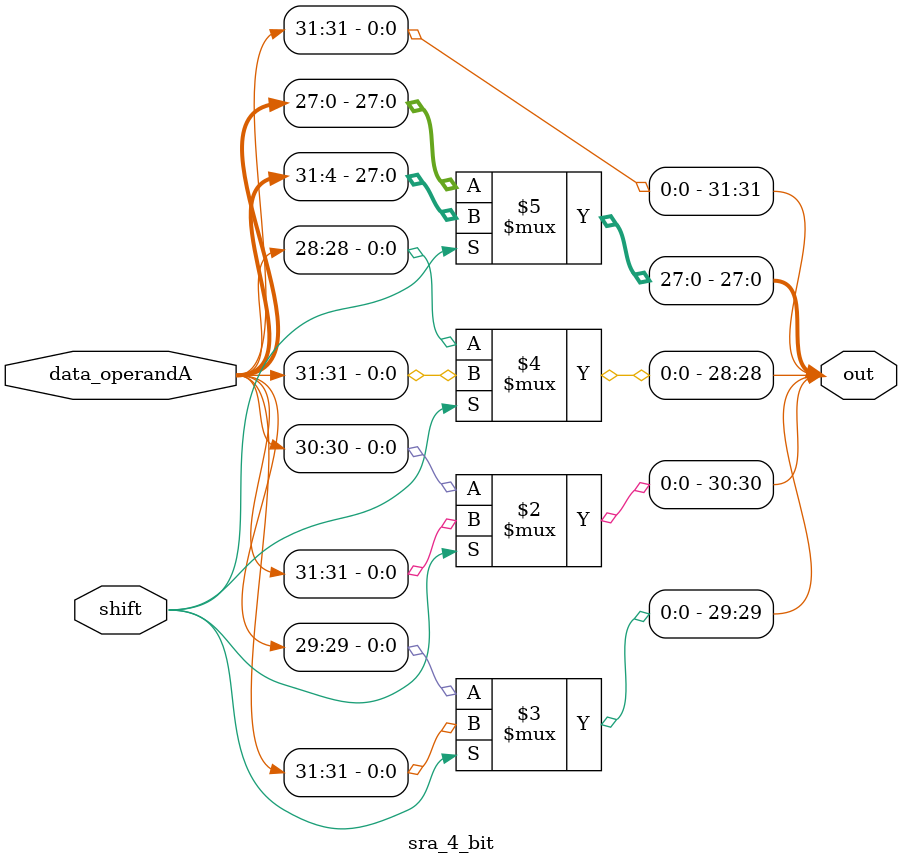
<source format=v>
module sra_4_bit (data_operandA, shift, out);
    input [31:0] data_operandA;
    input shift;
    output [31:0] out;
    
    assign out[31] = shift ? data_operandA[31] : data_operandA[31];
    assign out[30] = shift ? data_operandA[31] : data_operandA[30];
    assign out[29] = shift ? data_operandA[31] : data_operandA[29];
    assign out[28] = shift ? data_operandA[31] : data_operandA[28];

    assign out[27:0] = shift ? data_operandA[31:4]:data_operandA[27:0];
endmodule
</source>
